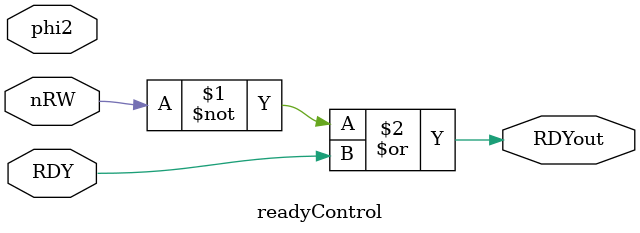
<source format=v>

module clockGen(phi0_in,
                phi1_out,phi2_out,phi1_extout,phi2_extout);
                
    input phi0_in;
    output phi1_out,phi2_out,phi1_extout,phi2_extout;

    wire phi0_in;
    wire phi1_out,phi2_out,phi1_extout,phi2_extout;
    
    buf a(phi1_out,phi0_in);
    not b(phi2_out,phi1_out);
    
    assign phi1_extout = phi1_out;
    assign phi2_extout = phi2_out;
    
endmodule

module predecodeRegister(phi2,extDataBus,
                        outToIR);
                        
    input phi2;
    input [7:0] extDataBus;
    output [7:0] outToIR;

    wire phi2;
    wire [7:0] extDataBus;
    reg [7:0] outToIR;

    
    always @ (posedge phi2) begin
        outToIR <= extDataBus;      
    end

endmodule

module predecodeLogic(rstAll,irIn, interrupt,
                        realOpcode, irOut,loadOpcode);
    
    input rstAll;
    input [7:0] irIn;
    input interrupt;
    output [7:0] realOpcode,irOut;
    output loadOpcode;
    
    wire rstAll;
    wire [7:0] irIn;
    wire interrupt;
    wire [7:0] realOpcode, irOut;
    reg loadOpcode;
    
    assign irOut = (~interrupt) ? irIn : 8'd00;
    assign realOpcode = irIn;
    
    always @ (irOut) begin
        loadOpcode = ~loadOpcode;
    end
    
    always @ (posedge rstAll) begin
        loadOpcode = 1'b0;
    end
endmodule
                 

module inoutLatch3(rstAll, phi1,data1,data2,data3,done1,done2,done3,
                    out1,out2,out3);
    input rstAll, phi1,data1,data2,data3,done1,done2,done3;
    output out1,out2,out3;
    
    reg out1,out2,out3;
    
    always @ (posedge phi1) begin
        out1 <= data1;
        out2 <= data2;
        out3 <= data3;
    end
    always @ (posedge rstAll) begin
        out1 <= 1'b0;
        out2 <= 1'b0;
        out3 <= 1'b0;
    end
    
    always @ (posedge done1) begin
        out1 <= 1'b0;
    end
    
    always @ (posedge done2) begin
        out2 <= 1'b0;
    end
    
    always @ (posedge done3) begin
        out3 <= 1'b0;
    end
endmodule

module interruptLatch(rstAll,phi1,en,NMI_L,IRQ_L,RES_L,outNMI_L,outIRQ_L,outRES_L);
    input rstAll,phi1,en,NMI_L,IRQ_L,RES_L;
    output outNMI_L,outIRQ_L,outRES_L;
    
    wire rstAll,phi1,en,NMI_L,IRQ_L,RES_L;
    reg outNMI_L,outIRQ_L,outRES_L;
    
    always @ (posedge phi1) begin
        if (en) begin
            outIRQ_L <= IRQ_L;
        end
        outNMI_L <= NMI_L;
        outRES_L <= RES_L;
        
    end
    
    always @ (posedge rstAll) begin
        outIRQ_L <= 1'b1;
        outNMI_L <= 1'b1;
        outRES_L <= 1'b1;
    end
endmodule


module interruptResetControl(rstAll,NMI_L, IRQ_L, RES_L, nmiHandled, irqHandled, resHandled,
                            nmi,irq,res);
    input rstAll,NMI_L,IRQ_L,RES_L;
    input nmiHandled, irqHandled, resHandled;
    output nmi,irq,res;
    
    wire rstAll,NMI_L,IRQ_L,RES_L;
    wire nmiHandled, irqHandled, resHandled;
    reg nmi,irq,res;
    
    reg intg;
    reg nmiPending, irqPending, resPending;
    
    //take in signals...
    always @ (negedge NMI_L) begin //NMI is captured on negedge.
        nmiPending <= ~NMI_L;
    end
    always @(IRQ_L or RES_L) begin
        irqPending = ~IRQ_L;
        resPending = ~RES_L;
    end
    
    always @ (posedge rstAll) begin
        nmiPending <= 1'b0;
        irqPending <= 1'b0;
        resPending <= 1'b0;
    end
    
    // process and send to FSM
    always @(nmiPending or irqPending or resPending) begin
        
        intg = nmiPending & irqPending; //if nmi and irq both asserted, nmi takes priority.
        nmi = intg | nmiPending;
        irq = ~intg & irqPending;
        res = resPending;
        
    end
    
    always @ (posedge nmiHandled) begin
        if (nmiHandled) nmiPending = 1'b0;
	end
	always @ (posedge irqHandled) begin
        if (irqHandled) irqPending = 1'b0;
	end
	always @ (posedge resHandled) begin
        if (resHandled) resPending = 1'b0;
    end
    
endmodule

//nRW - reading, ~nRW - writing
module readyControl(phi2, RDY,nRW,
                    RDYout);
    input phi2;
    input RDY, nRW;
    output RDYout;
    
    wire phi2;
    wire RDY,nRW;
    wire RDYout;
    
    assign RDYout = ~nRW | RDY; //processor is RDY (running) when writing, and when RDY assert.
    
endmodule

/* module randomControl(clock, decoded, interrupt, rdyControl, SV,
                    clock_out, RW, controlSig_t);
                    
    input clock, decoded, interrupt, rdyControl, SV;
    output clock_out, RW;
    output controlSig_t;

endmodule
 */

</source>
